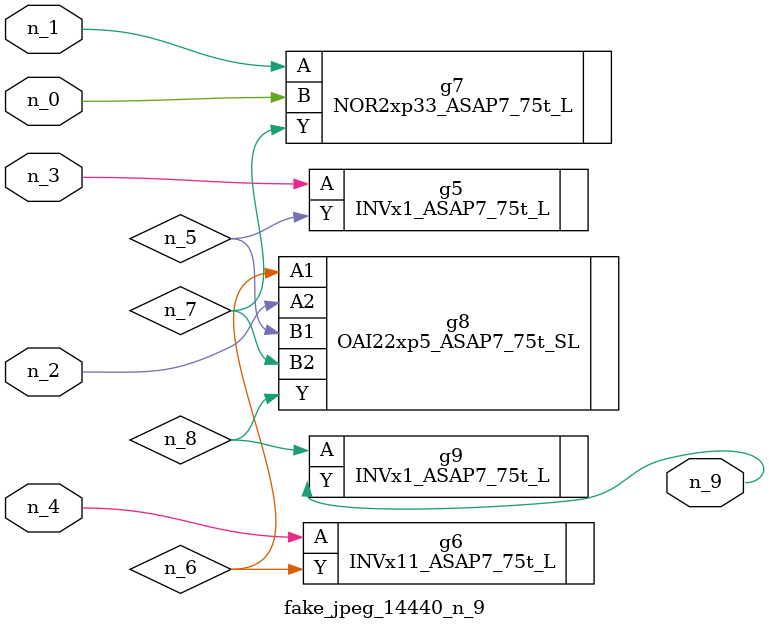
<source format=v>
module fake_jpeg_14440_n_9 (n_3, n_2, n_1, n_0, n_4, n_9);

input n_3;
input n_2;
input n_1;
input n_0;
input n_4;

output n_9;

wire n_8;
wire n_6;
wire n_5;
wire n_7;

INVx1_ASAP7_75t_L g5 ( 
.A(n_3),
.Y(n_5)
);

INVx11_ASAP7_75t_L g6 ( 
.A(n_4),
.Y(n_6)
);

NOR2xp33_ASAP7_75t_L g7 ( 
.A(n_1),
.B(n_0),
.Y(n_7)
);

OAI22xp5_ASAP7_75t_SL g8 ( 
.A1(n_6),
.A2(n_2),
.B1(n_5),
.B2(n_7),
.Y(n_8)
);

INVx1_ASAP7_75t_L g9 ( 
.A(n_8),
.Y(n_9)
);


endmodule
</source>
